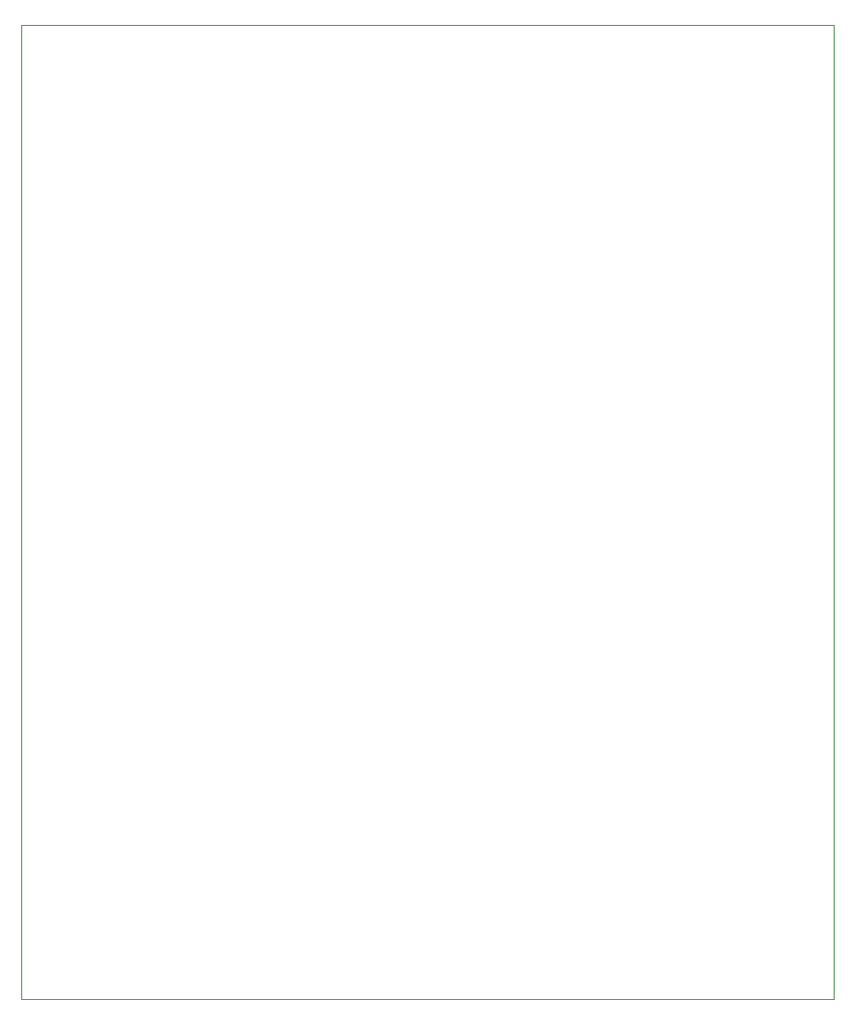
<source format=gm1>
G04 #@! TF.GenerationSoftware,KiCad,Pcbnew,7.0.8*
G04 #@! TF.CreationDate,2023-11-08T10:16:28+01:00*
G04 #@! TF.ProjectId,MicroKI,4d696372-6f4b-4492-9e6b-696361645f70,rev?*
G04 #@! TF.SameCoordinates,Original*
G04 #@! TF.FileFunction,Profile,NP*
%FSLAX46Y46*%
G04 Gerber Fmt 4.6, Leading zero omitted, Abs format (unit mm)*
G04 Created by KiCad (PCBNEW 7.0.8) date 2023-11-08 10:16:28*
%MOMM*%
%LPD*%
G01*
G04 APERTURE LIST*
G04 #@! TA.AperFunction,Profile*
%ADD10C,0.100000*%
G04 #@! TD*
G04 APERTURE END LIST*
D10*
X73225000Y-50675000D02*
X147750000Y-50675000D01*
X147750000Y-139925000D01*
X73225000Y-139925000D01*
X73225000Y-50675000D01*
M02*

</source>
